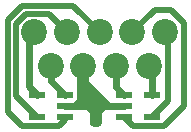
<source format=gbr>
%TF.GenerationSoftware,KiCad,Pcbnew,(5.1.9)-1*%
%TF.CreationDate,2021-02-27T16:08:43-06:00*%
%TF.ProjectId,joy-esd-v2,6a6f792d-6573-4642-9d76-322e6b696361,rev?*%
%TF.SameCoordinates,Original*%
%TF.FileFunction,Copper,L1,Top*%
%TF.FilePolarity,Positive*%
%FSLAX46Y46*%
G04 Gerber Fmt 4.6, Leading zero omitted, Abs format (unit mm)*
G04 Created by KiCad (PCBNEW (5.1.9)-1) date 2021-02-27 16:08:43*
%MOMM*%
%LPD*%
G01*
G04 APERTURE LIST*
%TA.AperFunction,ComponentPad*%
%ADD10C,2.200000*%
%TD*%
%TA.AperFunction,SMDPad,CuDef*%
%ADD11R,1.360000X0.600000*%
%TD*%
%TA.AperFunction,Conductor*%
%ADD12C,0.600000*%
%TD*%
%TA.AperFunction,Conductor*%
%ADD13C,0.500000*%
%TD*%
%TA.AperFunction,Conductor*%
%ADD14C,1.000000*%
%TD*%
G04 APERTURE END LIST*
%TO.P,TP1,1*%
%TO.N,GND*%
%TA.AperFunction,SMDPad,CuDef*%
G36*
G01*
X155456000Y-93206000D02*
X155456000Y-91706000D01*
G75*
G02*
X155706000Y-91456000I250000J0D01*
G01*
X156206000Y-91456000D01*
G75*
G02*
X156456000Y-91706000I0J-250000D01*
G01*
X156456000Y-93206000D01*
G75*
G02*
X156206000Y-93456000I-250000J0D01*
G01*
X155706000Y-93456000D01*
G75*
G02*
X155456000Y-93206000I0J250000D01*
G01*
G37*
%TD.AperFunction*%
%TD*%
D10*
%TO.P,J1,9*%
%TO.N,Net-(J1-Pad9)*%
X152145000Y-88319338D03*
%TO.P,J1,8*%
%TO.N,GND*%
X154915000Y-88319338D03*
%TO.P,J1,7*%
%TO.N,Net-(J1-Pad7)*%
X157685000Y-88319338D03*
%TO.P,J1,6*%
%TO.N,Net-(J1-Pad6)*%
X160455000Y-88319338D03*
%TO.P,J1,5*%
%TO.N,Net-(J1-Pad5)*%
X150760000Y-85479338D03*
%TO.P,J1,4*%
%TO.N,Net-(J1-Pad4)*%
X153530000Y-85479338D03*
%TO.P,J1,3*%
%TO.N,Net-(J1-Pad3)*%
X156300000Y-85479338D03*
%TO.P,J1,2*%
%TO.N,Net-(J1-Pad2)*%
X159070000Y-85479338D03*
%TO.P,J1,1*%
%TO.N,Net-(J1-Pad1)*%
X161840000Y-85479338D03*
%TD*%
D11*
%TO.P,U2,5*%
%TO.N,Net-(J1-Pad6)*%
X160687000Y-90744000D03*
%TO.P,U2,4*%
%TO.N,Net-(J1-Pad1)*%
X160687000Y-92644000D03*
%TO.P,U2,3*%
%TO.N,Net-(J1-Pad2)*%
X158337000Y-92644000D03*
%TO.P,U2,2*%
%TO.N,GND*%
X158337000Y-91694000D03*
%TO.P,U2,1*%
%TO.N,Net-(J1-Pad7)*%
X158337000Y-90744000D03*
%TD*%
%TO.P,U1,5*%
%TO.N,Net-(J1-Pad4)*%
X150971000Y-92644000D03*
%TO.P,U1,4*%
%TO.N,Net-(J1-Pad5)*%
X150971000Y-90744000D03*
%TO.P,U1,3*%
%TO.N,Net-(J1-Pad9)*%
X153321000Y-90744000D03*
%TO.P,U1,2*%
%TO.N,GND*%
X153321000Y-91694000D03*
%TO.P,U1,1*%
%TO.N,Net-(J1-Pad3)*%
X153321000Y-92644000D03*
%TD*%
D12*
%TO.N,Net-(J1-Pad9)*%
X152145000Y-89568000D02*
X153321000Y-90744000D01*
X152145000Y-88319338D02*
X152145000Y-89568000D01*
%TO.N,Net-(J1-Pad7)*%
X157685000Y-90092000D02*
X158337000Y-90744000D01*
X157685000Y-88319338D02*
X157685000Y-90092000D01*
%TO.N,Net-(J1-Pad6)*%
X160687000Y-88551338D02*
X160455000Y-88319338D01*
X160687000Y-90744000D02*
X160687000Y-88551338D01*
%TO.N,Net-(J1-Pad5)*%
X150266400Y-85972938D02*
X150760000Y-85479338D01*
X150266400Y-90039400D02*
X150266400Y-85972938D01*
X150971000Y-90744000D02*
X150266400Y-90039400D01*
D13*
%TO.N,Net-(J1-Pad4)*%
X151979999Y-83929337D02*
X153530000Y-85479338D01*
X150015999Y-83929337D02*
X151979999Y-83929337D01*
X149209999Y-84735337D02*
X150015999Y-83929337D01*
X149209999Y-90882999D02*
X149209999Y-84735337D01*
X150971000Y-92644000D02*
X149209999Y-90882999D01*
%TO.N,Net-(J1-Pad3)*%
X149733000Y-83210400D02*
X154031062Y-83210400D01*
X148488400Y-84455000D02*
X149733000Y-83210400D01*
X154031062Y-83210400D02*
X156300000Y-85479338D01*
X148488400Y-92205402D02*
X148488400Y-84455000D01*
X149678798Y-93395800D02*
X148488400Y-92205402D01*
X152823200Y-93395800D02*
X149678798Y-93395800D01*
X153321000Y-92898000D02*
X152823200Y-93395800D01*
%TO.N,Net-(J1-Pad2)*%
X160983338Y-83566000D02*
X159070000Y-85479338D01*
X162306000Y-83566000D02*
X160983338Y-83566000D01*
X163390001Y-84650001D02*
X162306000Y-83566000D01*
X163390001Y-91731001D02*
X163390001Y-84650001D01*
X161727001Y-93394001D02*
X163390001Y-91731001D01*
X159087001Y-93394001D02*
X161727001Y-93394001D01*
X158337000Y-92644000D02*
X159087001Y-93394001D01*
%TO.N,Net-(J1-Pad1)*%
X160687000Y-92644000D02*
X162052000Y-91279000D01*
X162052000Y-85691338D02*
X161840000Y-85479338D01*
X162052000Y-91279000D02*
X162052000Y-85691338D01*
D12*
%TO.N,GND*%
X154601000Y-91694000D02*
X154915000Y-91380000D01*
X154915000Y-89552000D02*
X154915000Y-88319338D01*
X157057000Y-91694000D02*
X154915000Y-89552000D01*
X158337000Y-91694000D02*
X157057000Y-91694000D01*
X154915000Y-90703000D02*
X155194000Y-90424000D01*
X154915000Y-91380000D02*
X154915000Y-90703000D01*
X154915000Y-90703000D02*
X154915000Y-88319338D01*
X155194000Y-90424000D02*
X155194000Y-90932000D01*
X155194000Y-90932000D02*
X155448000Y-90678000D01*
X155194000Y-90932000D02*
X155702000Y-90932000D01*
X155702000Y-90932000D02*
X155448000Y-91186000D01*
X155109000Y-91186000D02*
X154915000Y-91380000D01*
X155448000Y-91186000D02*
X155109000Y-91186000D01*
X155109000Y-91186000D02*
X155956000Y-91186000D01*
X155956000Y-91186000D02*
X156210000Y-91440000D01*
D13*
X154178000Y-91677002D02*
X154178000Y-91694000D01*
X154915000Y-90703000D02*
X154915000Y-90940002D01*
D12*
X154178000Y-91694000D02*
X154601000Y-91694000D01*
X153321000Y-91694000D02*
X154178000Y-91694000D01*
D13*
X154915000Y-90940002D02*
X154178000Y-91677002D01*
X155956000Y-92456000D02*
X155194000Y-91694000D01*
D12*
X154601000Y-91694000D02*
X155194000Y-91694000D01*
D13*
X156718000Y-91694000D02*
X156972000Y-91694000D01*
X155956000Y-92456000D02*
X156718000Y-91694000D01*
D12*
X156972000Y-91694000D02*
X157057000Y-91694000D01*
X155194000Y-91694000D02*
X156972000Y-91694000D01*
D14*
X154915000Y-88319338D02*
X154915000Y-91380000D01*
%TD*%
M02*

</source>
